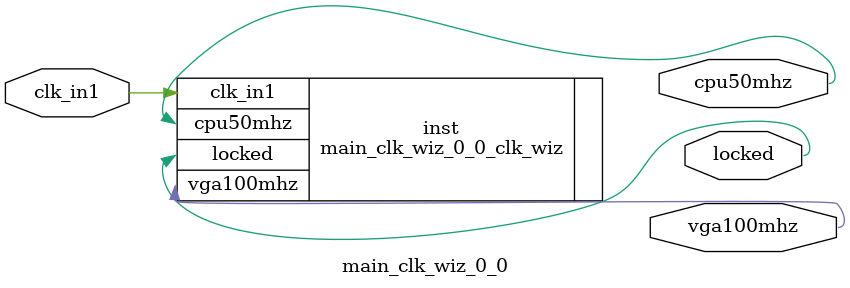
<source format=v>


`timescale 1ps/1ps

(* CORE_GENERATION_INFO = "main_clk_wiz_0_0,clk_wiz_v6_0_14_0_0,{component_name=main_clk_wiz_0_0,use_phase_alignment=true,use_min_o_jitter=true,use_max_i_jitter=false,use_dyn_phase_shift=false,use_inclk_switchover=false,use_dyn_reconfig=false,enable_axi=0,feedback_source=FDBK_AUTO,PRIMITIVE=PLL,num_out_clk=2,clkin1_period=10.000,clkin2_period=10.000,use_power_down=false,use_reset=false,use_locked=true,use_inclk_stopped=false,feedback_type=SINGLE,CLOCK_MGR_TYPE=NA,manual_override=false}" *)

module main_clk_wiz_0_0 
 (
  // Clock out ports
  output        cpu50mhz,
  output        vga100mhz,
  // Status and control signals
  output        locked,
 // Clock in ports
  input         clk_in1
 );

  main_clk_wiz_0_0_clk_wiz inst
  (
  // Clock out ports  
  .cpu50mhz(cpu50mhz),
  .vga100mhz(vga100mhz),
  // Status and control signals               
  .locked(locked),
 // Clock in ports
  .clk_in1(clk_in1)
  );

endmodule

</source>
